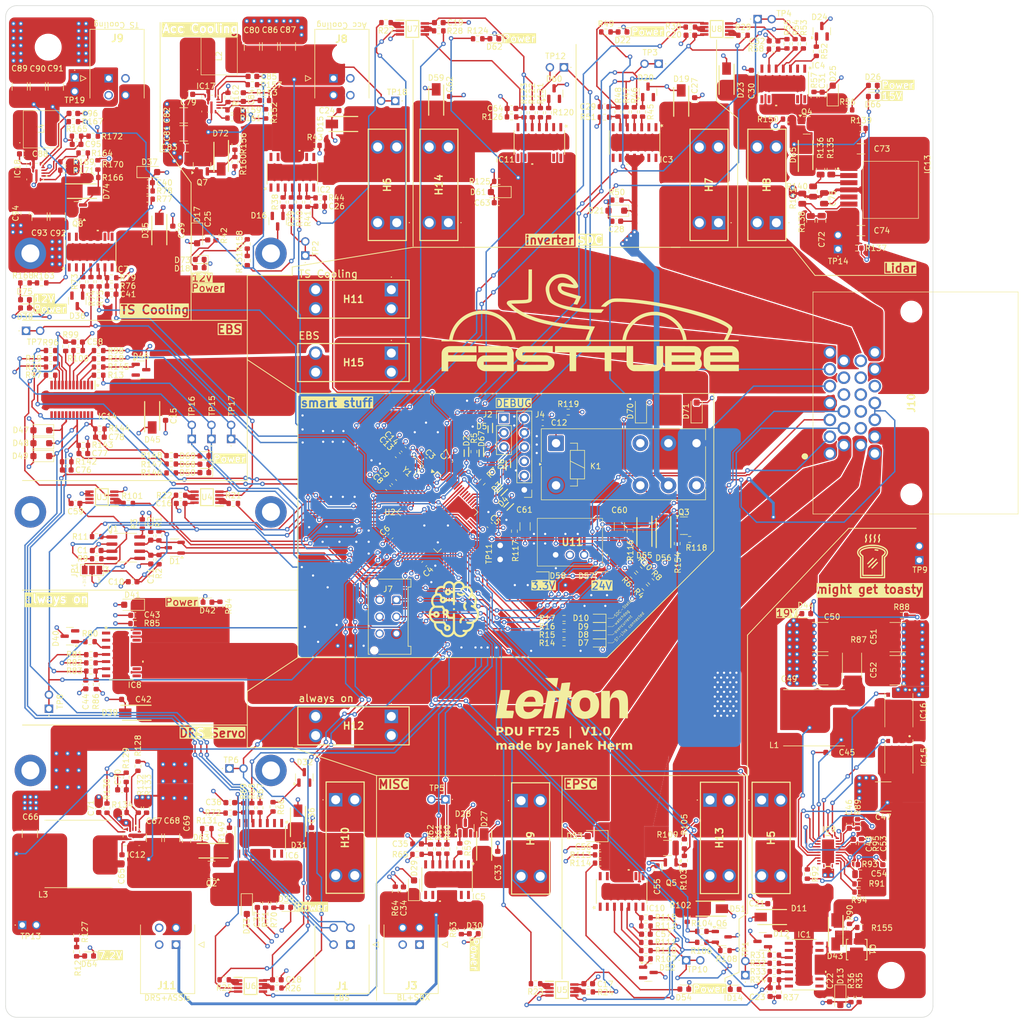
<source format=kicad_pcb>
(kicad_pcb
	(version 20240108)
	(generator "pcbnew")
	(generator_version "8.0")
	(general
		(thickness 1.6)
		(legacy_teardrops no)
	)
	(paper "A3")
	(title_block
		(title "PDU FT25")
		(date "2024-11-18")
		(rev "V1.0")
		(company "Janek Herm")
		(comment 1 "FasTTUBe Electronics")
	)
	(layers
		(0 "F.Cu" signal)
		(1 "In1.Cu" power)
		(2 "In2.Cu" signal)
		(31 "B.Cu" mixed)
		(32 "B.Adhes" user "B.Adhesive")
		(33 "F.Adhes" user "F.Adhesive")
		(34 "B.Paste" user)
		(35 "F.Paste" user)
		(37 "F.SilkS" user "F.Silkscreen")
		(38 "B.Mask" user)
		(39 "F.Mask" user)
		(40 "Dwgs.User" user "User.Drawings")
		(41 "Cmts.User" user "User.Comments")
		(42 "Eco1.User" user "User.Eco1")
		(43 "Eco2.User" user "User.Eco2")
		(44 "Edge.Cuts" user)
		(45 "Margin" user)
		(46 "B.CrtYd" user "B.Courtyard")
		(47 "F.CrtYd" user "F.Courtyard")
		(48 "B.Fab" user)
		(49 "F.Fab" user)
		(50 "User.1" user)
		(51 "User.2" user)
		(52 "User.3" user)
		(53 "User.4" user)
		(54 "User.5" user)
		(55 "User.6" user)
		(56 "User.7" user)
		(57 "User.8" user)
		(58 "User.9" user)
	)
	(setup
		(stackup
			(layer "F.SilkS"
				(type "Top Silk Screen")
			)
			(layer "F.Paste"
				(type "Top Solder Paste")
			)
			(layer "F.Mask"
				(type "Top Solder Mask")
				(thickness 0.01)
			)
			(layer "F.Cu"
				(type "copper")
				(thickness 0.035)
			)
			(layer "dielectric 1"
				(type "prepreg")
				(thickness 0.1)
				(material "FR4")
				(epsilon_r 4.5)
				(loss_tangent 0.02)
			)
			(layer "In1.Cu"
				(type "copper")
				(thickness 0.035)
			)
			(layer "dielectric 2"
				(type "core")
				(thickness 1.24)
				(material "FR4")
				(epsilon_r 4.5)
				(loss_tangent 0.02)
			)
			(layer "In2.Cu"
				(type "copper")
				(thickness 0.035)
			)
			(layer "dielectric 3"
				(type "prepreg")
				(thickness 0.1)
				(material "FR4")
				(epsilon_r 4.5)
				(loss_tangent 0.02)
			)
			(layer "B.Cu"
				(type "copper")
				(thickness 0.035)
			)
			(layer "B.Mask"
				(type "Bottom Solder Mask")
				(thickness 0.01)
			)
			(layer "B.Paste"
				(type "Bottom Solder Paste")
			)
			(copper_finish "None")
			(dielectric_constraints no)
		)
		(pad_to_mask_clearance 0)
		(allow_soldermask_bridges_in_footprints no)
		(pcbplotparams
			(layerselection 0x00010fc_ffffffff)
			(plot_on_all_layers_selection 0x0000000_00000000)
			(disableapertmacros no)
			(usegerberextensions no)
			(usegerberattributes yes)
			(usegerberadvancedattributes yes)
			(creategerberjobfile yes)
			(dashed_line_dash_ratio 12.000000)
			(dashed_line_gap_ratio 3.000000)
			(svgprecision 4)
			(plotframeref no)
			(viasonmask no)
			(mode 1)
			(useauxorigin no)
			(hpglpennumber 1)
			(hpglpenspeed 20)
			(hpglpendiameter 15.000000)
			(pdf_front_fp_property_popups yes)
			(pdf_back_fp_property_popups yes)
			(dxfpolygonmode yes)
			(dxfimperialunits yes)
			(dxfusepcbnewfont yes)
			(psnegative no)
			(psa4output no)
			(plotreference yes)
			(plotvalue yes)
			(plotfptext yes)
			(plotinvisibletext no)
			(sketchpadsonfab no)
			(subtractmaskfromsilk no)
			(outputformat 1)
			(mirror no)
			(drillshape 1)
			(scaleselection 1)
			(outputdirectory "")
		)
	)
	(net 0 "")
	(net 1 "GND")
	(net 2 "+3V3")
	(net 3 "stdCAN_H")
	(net 4 "/MCU/Vref")
	(net 5 "stdCAN_L")
	(net 6 "/MCU/NRST")
	(net 7 "Net-(C13-Pad2)")
	(net 8 "Net-(C14-Pad1)")
	(net 9 "Net-(D11-A2)")
	(net 10 "/powerstages/P_Out6a")
	(net 11 "/powerstages/IS4")
	(net 12 "Net-(D15-A2)")
	(net 13 "/connectors/P_Out1")
	(net 14 "/powerstages/IS1")
	(net 15 "Net-(D19-A2)")
	(net 16 "/RBR/RES1")
	(net 17 "/powerstages/IS10")
	(net 18 "Net-(D23-A2)")
	(net 19 "/powerstages/P_Out9a")
	(net 20 "/powerstages/IS7")
	(net 21 "Net-(D27-A2)")
	(net 22 "/connectors/P_Out8")
	(net 23 "/powerstages/IS8")
	(net 24 "Net-(D31-A2)")
	(net 25 "/powerstages/P_Out5a")
	(net 26 "/powerstages/IS3")
	(net 27 "Net-(D35-A2)")
	(net 28 "/connectors/P_Out2")
	(net 29 "/powerstages/IS2")
	(net 30 "Net-(D39-A2)")
	(net 31 "/connectors/P_Out9")
	(net 32 "/powerstages/IS9")
	(net 33 "Net-(IC9-CBOOT)")
	(net 34 "Net-(IC9-SW)")
	(net 35 "Net-(IC9-VCC)")
	(net 36 "Net-(D43-K)")
	(net 37 "Net-(IC9-PFM{slash}SYNC)")
	(net 38 "/connectors/P_Out4")
	(net 39 "Net-(C53-Pad2)")
	(net 40 "Net-(IC9-EXTCOMP)")
	(net 41 "Net-(D51-A2)")
	(net 42 "/connectors/P_Out5")
	(net 43 "/powerstages/IS5")
	(net 44 "Net-(D55-A1)")
	(net 45 "Net-(D59-A2)")
	(net 46 "/connectors/P_Out6")
	(net 47 "/powerstages/IS6")
	(net 48 "Net-(IC12-SW)")
	(net 49 "Net-(IC12-BOOT)")
	(net 50 "/connectors/P_Out3")
	(net 51 "Net-(D63-K)")
	(net 52 "Net-(IC12-FB)")
	(net 53 "Net-(IC12-SS)")
	(net 54 "/connectors/P_Out7")
	(net 55 "Net-(IC13-FB)")
	(net 56 "Net-(D65-K)")
	(net 57 "Net-(IC13-SS)")
	(net 58 "/MCU/SWCLK")
	(net 59 "/MCU/SWDIO")
	(net 60 "/MCU/UART_RX")
	(net 61 "/MCU/UART_TX")
	(net 62 "Net-(D7-A)")
	(net 63 "Net-(D8-A)")
	(net 64 "Net-(D9-A)")
	(net 65 "Net-(D10-A)")
	(net 66 "Net-(D12-A)")
	(net 67 "unconnected-(D12-NC-Pad2)")
	(net 68 "Net-(D14-A)")
	(net 69 "Net-(D16-A)")
	(net 70 "unconnected-(D16-NC-Pad2)")
	(net 71 "Net-(D18-A)")
	(net 72 "Net-(D20-A)")
	(net 73 "unconnected-(D20-NC-Pad2)")
	(net 74 "Net-(D22-A)")
	(net 75 "Net-(D24-A)")
	(net 76 "unconnected-(D24-NC-Pad2)")
	(net 77 "Net-(D26-A)")
	(net 78 "Net-(D28-A)")
	(net 79 "unconnected-(D28-NC-Pad2)")
	(net 80 "Net-(D30-A)")
	(net 81 "unconnected-(D32-NC-Pad2)")
	(net 82 "Net-(D32-A)")
	(net 83 "Net-(D34-A)")
	(net 84 "Net-(D36-A)")
	(net 85 "unconnected-(D36-NC-Pad2)")
	(net 86 "Net-(D38-A)")
	(net 87 "unconnected-(D40-NC-Pad2)")
	(net 88 "Net-(D40-A)")
	(net 89 "Net-(D42-A)")
	(net 90 "Net-(D43-A)")
	(net 91 "Net-(D44-A)")
	(net 92 "Net-(D45-A2)")
	(net 93 "/powerstages/IS11")
	(net 94 "/connectors/P_Out12")
	(net 95 "unconnected-(D52-NC-Pad2)")
	(net 96 "Net-(D52-A)")
	(net 97 "Net-(D54-A)")
	(net 98 "Net-(D56-A)")
	(net 99 "Net-(D57-A)")
	(net 100 "Net-(D58-A)")
	(net 101 "unconnected-(D60-NC-Pad2)")
	(net 102 "Net-(D60-A)")
	(net 103 "Net-(D62-A)")
	(net 104 "Net-(D63-A)")
	(net 105 "Net-(D64-A)")
	(net 106 "Net-(D65-A)")
	(net 107 "Net-(D66-A)")
	(net 108 "/connectors/P_Out11")
	(net 109 "/connectors/P_Out10")
	(net 110 "Net-(D46-A)")
	(net 111 "+24V")
	(net 112 "Net-(IC1-IS)")
	(net 113 "Net-(IC1-GND)")
	(net 114 "Net-(IC1-IN)")
	(net 115 "Net-(IC1-DEN)")
	(net 116 "Net-(IC2-IS)")
	(net 117 "Net-(IC2-IN)")
	(net 118 "Net-(IC2-DEN)")
	(net 119 "Net-(IC2-GND)")
	(net 120 "Net-(IC3-IN)")
	(net 121 "Net-(IC3-GND)")
	(net 122 "Net-(IC3-IS)")
	(net 123 "Net-(IC3-DEN)")
	(net 124 "Net-(IC4-IN)")
	(net 125 "Net-(IC4-GND)")
	(net 126 "Net-(IC4-IS)")
	(net 127 "Net-(IC4-DEN)")
	(net 128 "Net-(IC5-GND)")
	(net 129 "Net-(IC5-DEN)")
	(net 130 "Net-(IC5-IS)")
	(net 131 "Net-(IC5-IN)")
	(net 132 "Net-(IC6-GND)")
	(net 133 "Net-(IC6-IN)")
	(net 134 "Net-(IC6-DEN)")
	(net 135 "Net-(IC6-IS)")
	(net 136 "Net-(IC7-IN)")
	(net 137 "Net-(IC7-IS)")
	(net 138 "Net-(IC7-GND)")
	(net 139 "Net-(IC7-DEN)")
	(net 140 "Net-(IC8-IN)")
	(net 141 "Net-(IC8-IS)")
	(net 142 "Net-(IC8-GND)")
	(net 143 "Net-(IC8-DEN)")
	(net 144 "Net-(IC9-CNFG)")
	(net 145 "Net-(IC9-PG{slash}SYNCOUT)")
	(net 146 "Net-(IC9-RT)")
	(net 147 "Net-(IC9-ISNS+)")
	(net 148 "Net-(IC9-HO)")
	(net 149 "Net-(IC9-LO)")
	(net 150 "Net-(IC9-FB)")
	(net 151 "Net-(IC10-IS)")
	(net 152 "Net-(IC10-IN)")
	(net 153 "Net-(IC10-DEN)")
	(net 154 "Net-(IC10-GND)")
	(net 155 "Net-(IC11-DEN)")
	(net 156 "Net-(IC11-IS)")
	(net 157 "Net-(IC11-IN)")
	(net 158 "Net-(IC11-GND)")
	(net 159 "Net-(IC12-PG)")
	(net 160 "Net-(IC12-MODE)")
	(net 161 "Net-(IC12-EN)")
	(net 162 "Net-(IC13-RON)")
	(net 163 "Net-(IC13-EN)")
	(net 164 "/MCU/SWO")
	(net 165 "FDCAN_H")
	(net 166 "FDCAN_L")
	(net 167 "unconnected-(J8-Pin_4-Pad4)")
	(net 168 "/RBR/SDC bypass")
	(net 169 "24V ASMS")
	(net 170 "Net-(JP1-C)")
	(net 171 "unconnected-(K1-Pad12)")
	(net 172 "unconnected-(K1-Pad24)")
	(net 173 "Net-(K1-PadA1)")
	(net 174 "unconnected-(D46-NC-Pad2)")
	(net 175 "Net-(IC14-DSEL1)")
	(net 176 "Net-(Q5-D)")
	(net 177 "Net-(Q5-G)")
	(net 178 "Net-(Q6-G)")
	(net 179 "Net-(Q6-D)")
	(net 180 "Net-(U1-Rs)")
	(net 181 "Net-(U2-PA0)")
	(net 182 "Net-(U2-BOOT0)")
	(net 183 "Net-(U2-PC0)")
	(net 184 "Net-(U2-PA11)")
	(net 185 "/MCU/CAN_RX")
	(net 186 "/MCU/CAN_TX")
	(net 187 "Net-(U2-PA12)")
	(net 188 "unconnected-(U2-PB7-Pad59)")
	(net 189 "unconnected-(U2-PA15-Pad50)")
	(net 190 "/MCU/STATUS_LED1")
	(net 191 "/MCU/STATUS_LED2")
	(net 192 "/MCU/STATUS_LED3")
	(net 193 "/MCU/STATUS_LED4")
	(net 194 "Net-(R12-Pad1)")
	(net 195 "Net-(U4A--)")
	(net 196 "/MCU/ISENSE1")
	(net 197 "Net-(U4B--)")
	(net 198 "/MCU/ISENSE2")
	(net 199 "/MCU/ISENSE3")
	(net 200 "Net-(U5A--)")
	(net 201 "Net-(U5B--)")
	(net 202 "/MCU/ISENSE4")
	(net 203 "/MCU/ISENSE5")
	(net 204 "Net-(U6A--)")
	(net 205 "Net-(U6B--)")
	(net 206 "/MCU/ISENSE6")
	(net 207 "/MCU/ISENSE7")
	(net 208 "Net-(U7A--)")
	(net 209 "Net-(U7B--)")
	(net 210 "/MCU/ISENSE8")
	(net 211 "/MCU/ISENSE9")
	(net 212 "Net-(U8A--)")
	(net 213 "Net-(U8B--)")
	(net 214 "/MCU/ISENSE10")
	(net 215 "/MCU/IN4")
	(net 216 "/MCU/IN1")
	(net 217 "/MCU/IN10")
	(net 218 "/MCU/IN7")
	(net 219 "/MCU/IN8")
	(net 220 "/MCU/IN3")
	(net 221 "/MCU/IN2")
	(net 222 "/MCU/IN9")
	(net 223 "/MCU/IN11")
	(net 224 "/MCU/IN12")
	(net 225 "/MCU/IN13")
	(net 226 "/MCU/PC_Read")
	(net 227 "/MCU/PC_EN")
	(net 228 "/MCU/IN5")
	(net 229 "/MCU/IN6")
	(net 230 "unconnected-(U2-PB0-Pad26)")
	(net 231 "/MCU/XTAL_OUT")
	(net 232 "unconnected-(U2-PC5-Pad25)")
	(net 233 "unconnected-(U2-PA10-Pad43)")
	(net 234 "Net-(IC14-GND)")
	(net 235 "unconnected-(U2-PC12-Pad53)")
	(net 236 "Net-(IC14-DEN)")
	(net 237 "Net-(IC14-IN2)")
	(net 238 "/MCU/XTAL_IN")
	(net 239 "unconnected-(U2-PA9-Pad42)")
	(net 240 "unconnected-(U2-PA8-Pad41)")
	(net 241 "unconnected-(U2-PD2-Pad54)")
	(net 242 "unconnected-(J1-Pin_1-Pad1)")
	(net 243 "unconnected-(J11-Pin_2-Pad2)")
	(net 244 "unconnected-(J3-Pin_2-Pad2)")
	(net 245 "unconnected-(J3-Pin_1-Pad1)")
	(net 246 "unconnected-(IC14-OUT3-Pad13)")
	(net 247 "Net-(IC14-IN0)")
	(net 248 "Net-(IC14-IN3)")
	(net 249 "Net-(IC14-DSEL0)")
	(net 250 "Net-(IC14-IN1)")
	(net 251 "Net-(IC14-IS)")
	(net 252 "/MCU/DSEL0")
	(net 253 "/MCU/DSEL1")
	(net 254 "Net-(U3A--)")
	(net 255 "/MCU/ISENSE11")
	(net 256 "unconnected-(U3-Pad7)")
	(net 257 "unconnected-(IC9-NC_1-Pad1)")
	(net 258 "unconnected-(IC9-NC_2-Pad2)")
	(net 259 "unconnected-(IC9-NC_4-Pad23)")
	(net 260 "unconnected-(IC9-NC_3-Pad22)")
	(net 261 "Net-(IC9-VOUT)")
	(net 262 "unconnected-(IC9-NC_5-Pad24)")
	(net 263 "Net-(D50-A)")
	(net 264 "Net-(D68-A)")
	(net 265 "Net-(D69-A)")
	(net 266 "/connectors/P_Out14")
	(net 267 "/connectors/P_Out13")
	(net 268 "Net-(IC17-SW)")
	(net 269 "Net-(IC17-BOOT)")
	(net 270 "Net-(D72-K)")
	(net 271 "Net-(IC17-FB)")
	(net 272 "Net-(IC17-SS)")
	(net 273 "Net-(IC18-BOOT)")
	(net 274 "Net-(IC18-SW)")
	(net 275 "Net-(D74-K)")
	(net 276 "Net-(IC18-FB)")
	(net 277 "Net-(IC18-SS)")
	(net 278 "Net-(D72-A)")
	(net 279 "Net-(D73-A)")
	(net 280 "Net-(D74-A)")
	(net 281 "Net-(D75-A)")
	(net 282 "Net-(IC17-PG)")
	(net 283 "Net-(IC17-MODE)")
	(net 284 "Net-(IC17-EN)")
	(net 285 "Net-(IC18-PG)")
	(net 286 "Net-(IC18-MODE)")
	(net 287 "Net-(IC18-EN)")
	(net 288 "Net-(R151-Pad2)")
	(net 289 "Net-(R163-Pad2)")
	(net 290 "unconnected-(J10-Pin_18-Pad18)")
	(net 291 "unconnected-(J10-Pin_11-Pad11)")
	(net 292 "RES2")
	(net 293 "unconnected-(J10-Pin_24-Pad24)")
	(net 294 "unconnected-(J10-Pin_15-Pad15)")
	(net 295 "unconnected-(J10-Pin_16-Pad16)")
	(net 296 "unconnected-(J10-Pin_19-Pad19)")
	(net 297 "unconnected-(J10-Pin_12-Pad12)")
	(net 298 "unconnected-(J10-Pin_17-Pad17)")
	(net 299 "unconnected-(J11-Pin_4-Pad4)")
	(net 300 "unconnected-(J9-Pin_2-Pad2)")
	(net 301 "unconnected-(J8-Pin_2-Pad2)")
	(net 302 "unconnected-(J9-Pin_3-Pad3)")
	(footprint "5025:5025" (layer "F.Cu") (at 165.32 98.46 90))
	(footprint "Resistor_SMD:R_0603_1608Metric" (layer "F.Cu") (at 161.375 88.955 90))
	(footprint "Resistor_SMD:R_0603_1608Metric" (layer "F.Cu") (at 128.645 103.135 -90))
	(footprint "Capacitor_SMD:C_1210_3225Metric" (layer "F.Cu") (at 162.225 61.275 90))
	(footprint "BTT6010-1ERB:SOIC14_BTT6010-1ERB_INF" (layer "F.Cu") (at 163.019 83.649799 90))
	(footprint "824501241:DIOM5127X250N" (layer "F.Cu") (at 139.345 93.995 -90))
	(footprint "Resistor_SMD:R_0603_1608Metric" (layer "F.Cu") (at 122.555 83.275))
	(footprint "Package_TO_SOT_SMD:SOT-23" (layer "F.Cu") (at 124.75 106.535 -90))
	(footprint "Package_TO_SOT_SMD:SOT-23" (layer "F.Cu") (at 165.14 191.314998 90))
	(footprint "Resistor_SMD:R_0603_1608Metric" (layer "F.Cu") (at 135.615001 196.775 90))
	(footprint "Resistor_SMD:R_0603_1608Metric" (layer "F.Cu") (at 155.915 68.065))
	(footprint "Capacitor_SMD:C_1210_3225Metric" (layer "F.Cu") (at 143.685 76.725 180))
	(footprint "5025:5025" (layer "F.Cu") (at 119.706643 179.105057 90))
	(footprint "Resistor_SMD:R_0603_1608Metric" (layer "F.Cu") (at 150.135001 160.895 90))
	(footprint "Resistor_SMD:R_0603_1608Metric" (layer "F.Cu") (at 135.545001 189.315 -90))
	(footprint "LED_SMD:LED_0603_1608Metric" (layer "F.Cu") (at 266.295 70.155 180))
	(footprint "Package_TO_SOT_SMD:SOT-23" (layer "F.Cu") (at 123.441642 166.195058 180))
	(footprint "Resistor_SMD:R_0603_1608Metric" (layer "F.Cu") (at 127.585 77.225))
	(footprint "ESD321DYAR:SODFL1608X77N" (layer "F.Cu") (at 193.99 133.625 -90))
	(footprint "Diode_SMD:D_SOD-123F" (layer "F.Cu") (at 225.045 126.04 90))
	(footprint "5025:5025" (layer "F.Cu") (at 114.96 217.59))
	(footprint "Resistor_SMD:R_0603_1608Metric" (layer "F.Cu") (at 147.805 200.415))
	(footprint "5025:5025" (layer "F.Cu") (at 260.11 97.33 90))
	(footprint "MountingHole:MountingHole_3.2mm_M3_DIN965_Pad" (layer "F.Cu") (at 116.41 144.08 -90))
	(footprint "Resistor_SMD:R_0603_1608Metric" (layer "F.Cu") (at 254.645 208.515 -90))
	(footprint "Resistor_SMD:R_0603_1608Metric" (layer "F.Cu") (at 264.205001 75.855))
	(footprint "Capacitor_SMD:C_0603_1608Metric" (layer "F.Cu") (at 156.795 213.675001 -90))
	(footprint "Resistor_SMD:R_0603_1608Metric" (layer "F.Cu") (at 120.005477 118.297452))
	(footprint "MountingHole:MountingHole_4.3mm_M4" (layer "F.Cu") (at 119.575 226.345))
	(footprint "Capacitor_SMD:C_1210_3225Metric" (layer "F.Cu") (at 138.414747 202.063428 90))
	(footprint "Diode_SMD:D_SOD-123F" (layer "F.Cu") (at 146.065 94.88 -90))
	(footprint "Capacitor_SMD:C_0603_1608Metric" (layer "F.Cu") (at 185.205 203.145 180))
	(footprint "Resistor_SMD:R_0603_1608Metric" (layer "F.Cu") (at 225.925 220.675))
	(footprint "Resistor_SMD:R_0603_1608Metric" (layer "F.Cu") (at 154.995 99.365 90))
	(footprint "Resistor_SMD:R_0603_1608Metric" (layer "F.Cu") (at 248.775 222.935))
	(footprint "Resistor_SMD:R_0603_1608Metric" (layer "F.Cu") (at 135.044999 163.939999 180))
	(footprint "LED_SMD:LED_0603_1608Metric" (layer "F.Cu") (at 217.335 167.395 180))
	(footprint "3SMAJ5934B-TP:DIOM5226X244N"
		(layer "F.Cu")
		(uuid "18952861-3736-4224-9120-9d6967b34620")
		(at 254.335 80.59 90)
		(descr "3SMAJ5934B-TP")
		(tags "Zener Diode")
		(property "Reference" "D65"
			(at 0.01 -2.23 90)
			(layer "F.SilkS")
			(uuid "2cfe04ff-d50f-49bc-b705-67a361dbc6f2")
			(effects
				(font
					(size 1 1)
					(thickness 0.15)
				)
			)
		)
		(property "Value" "24V"
			(at 0 0 90)
			(layer "F.SilkS")
			(hide yes)
			(uuid "62d8b633-d249-4560-b879-3e2b313ae216")
			(effects
				(font
					(size 1.27 1.27)
					(thickness 0.254)
				)
			)
		)
		(property "Footprint" "3SMAJ5934B-TP:DIOM5226X244N"
			(at 0 0 90)
			(layer "F.Fab")
			(hide yes)
			(uuid "1ca5cb6b-f06e-4c26-9096-d422f6a6a45a")
			(effects
				(font
					(size 1.27 1.27)
					(thickness 0.15)
				)
			)
		)
		(property "Datasheet" "https://www.mouser.de/datasheet/2/258/3SMAJ5918B_3SMAJ5956B_SMA_-3423242.pdf"
			(at 0 0 90)
			(layer "F.Fab")
			(hide yes)
			(uuid "1cf8faad-1464-4f8f-b3d1-797ec304acd7")
			(effects
				(font
					(size 1.27 1.27)
					(thickness 0.15)
				)
			)
		)
		(property "Description" "Zener diode"
			(at 0 0 90)
			(layer "F.Fab")
			(hide yes)
			(uuid "094d8b37-e2ed-436f-977d-ad9f7c6fb1ad")
			(effects
				(font
					(size 1.27 1.27)
					(thickness 0.15)
				)
			)
		)
		(property "MPR" "3SMAJ5934B-TP"
			(at 0 0 90)
			(unlocked yes)
			(layer "F.Fab")
			(hide yes)
			(uuid "41ef1ec7-3b02-4df3-9c1e-56f39993c832")
			(effects
				(font
					(size 1 1)
					(thickness 0.15)
				)
			)
		)
		(property ki_fp_filters "TO-???* *_Diode_* *SingleDiode* D_*")
		(path "/780d04e9-366d-4b48-88f6-229428c96c3a/36ed45c6-442d-4eee-9bdb-46289aebb151/96e54620-f717-4a43-a1e4-911e621c121e")
		(sheetname "Lidar-DCDC (24->15V)")
		(sheetfile "lidar_DCDC.kicad_sch")
		(attr smd)
		(fp_line
			(start 2.598 -1.292)
			(end -2.925 -1.292)
			(stroke
				(width 0.2)
				(type solid)
			)
			(layer "F.SilkS")
			(uuid "a92a00c5-8a6e-449e-9d70-3cb9bfeff77e")
		)
		(fp_line
			(start -2.598 1.292)
			(end 2.598 1.292)
			(stroke
				(width 0.2)
				(type solid)
			)
			(layer "F.SilkS")
			(uuid "bd56fbcc-e69b-4574-aec4-97064654b5b5")
		)
		(fp_line
			(start 3.575 -1.71)
			(end 3.575 1.71)
			(stroke
				(width 0.05)
				(type solid)
			)
			(layer "F.CrtYd")
			(uuid "0cfa35b8-2844-486a-8e75-4c3afe6073c5")
		)
		(fp_line
			(start -3.575 -1.71)
			(end 3.575 -1.71)
			(stroke
				(width 0.05)
				(type solid)
			)
			(layer "F.CrtYd")
			(uuid "01481363-4a48-4d82-be92-4bf399d12be2")
		)
		(fp_line
			(start 3.575 1.71)
			(end -3.575 1.71)
			(stroke
				(width 0.05)
				(type solid)
			)
			(layer "F.CrtYd")
			(uuid "bdbbbb87-d0ed-4967-bd96-1cababae14fa")
		)
		(fp_line
			(start -3.575 1.71)
			(end -3.575 -1.71)
			(stroke
				(width 0.05)
				(type solid)
			)
			(layer "F.CrtYd")
			(uuid "023d4443-225e-4450-9f41-334773d55004")
		)
		(fp_line
			(start 2.598 -1.292)
			(end 2.598 1.292)
			(stroke
				(width 0.1)
				(type solid)
			)
			(layer "F.Fab")
			(uuid "b735d482-9740-4f6c-8642-55e64693a782")
		)
		(fp_line
			(start -2.598 -1.292)
			(end 2.598 -1.292)
			(stroke
				(width 0.1)
				(type solid)
			)
			(layer "F.Fab")
			(uuid "0b6e698c-a5cc-443c-bd6a-f3caf8eb2f2e")
		)
		(fp_line
			(start -2.598 -0.518)
			(end -1.822 -1.292)
			(stroke
				(width 0.1)
				(type solid)
			)
			(layer "F.Fab")
			(uuid "9f46b031-2146-44dd-aaa1-818eb0e2d345")
		)
		(fp_line
			(start 2.598 1.292)
			(end -2.598 1.292)
			(stroke
				(width 0.1)
				(type solid)
			)
			(layer "F.Fab")
			(uuid "acf1e21d-241a-465e-8b3d-70391d086a56")
		)
		(fp_line
			(start -2.598 1.292)
			(end -2.598 -1.292)
			(stroke
				(width 0.1)
				(type solid)
			)
			(layer "F.Fab")
			(uuid
... [4800426 chars truncated]
</source>
